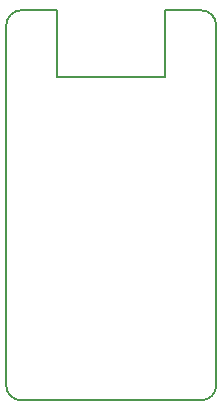
<source format=gm1>
G04 #@! TF.GenerationSoftware,KiCad,Pcbnew,(5.1.6)-1*
G04 #@! TF.CreationDate,2020-09-27T19:06:04+08:00*
G04 #@! TF.ProjectId,Alvaro,416c7661-726f-42e6-9b69-6361645f7063,C*
G04 #@! TF.SameCoordinates,Original*
G04 #@! TF.FileFunction,Profile,NP*
%FSLAX46Y46*%
G04 Gerber Fmt 4.6, Leading zero omitted, Abs format (unit mm)*
G04 Created by KiCad (PCBNEW (5.1.6)-1) date 2020-09-27 19:06:04*
%MOMM*%
%LPD*%
G01*
G04 APERTURE LIST*
G04 #@! TA.AperFunction,Profile*
%ADD10C,0.150000*%
G04 #@! TD*
G04 APERTURE END LIST*
D10*
X34572000Y-23490000D02*
X37620000Y-23490000D01*
X34572000Y-29100000D02*
X34572000Y-23490000D01*
X25428000Y-29100000D02*
X34572000Y-29100000D01*
X25428000Y-23490000D02*
X25428000Y-29100000D01*
X22380000Y-23490000D02*
X25428000Y-23490000D01*
X22380000Y-23490000D02*
G75*
G03*
X21110000Y-24760000I0J-1270000D01*
G01*
X38890000Y-24760000D02*
G75*
G03*
X37620000Y-23490000I-1270000J0D01*
G01*
X37620000Y-56510000D02*
G75*
G03*
X38890000Y-55240000I0J1270000D01*
G01*
X21110000Y-55240000D02*
G75*
G03*
X22380000Y-56510000I1270000J0D01*
G01*
X21110000Y-24760000D02*
X21110000Y-55240000D01*
X38890000Y-55240000D02*
X38890000Y-24760000D01*
X22380000Y-56510000D02*
X37620000Y-56510000D01*
M02*

</source>
